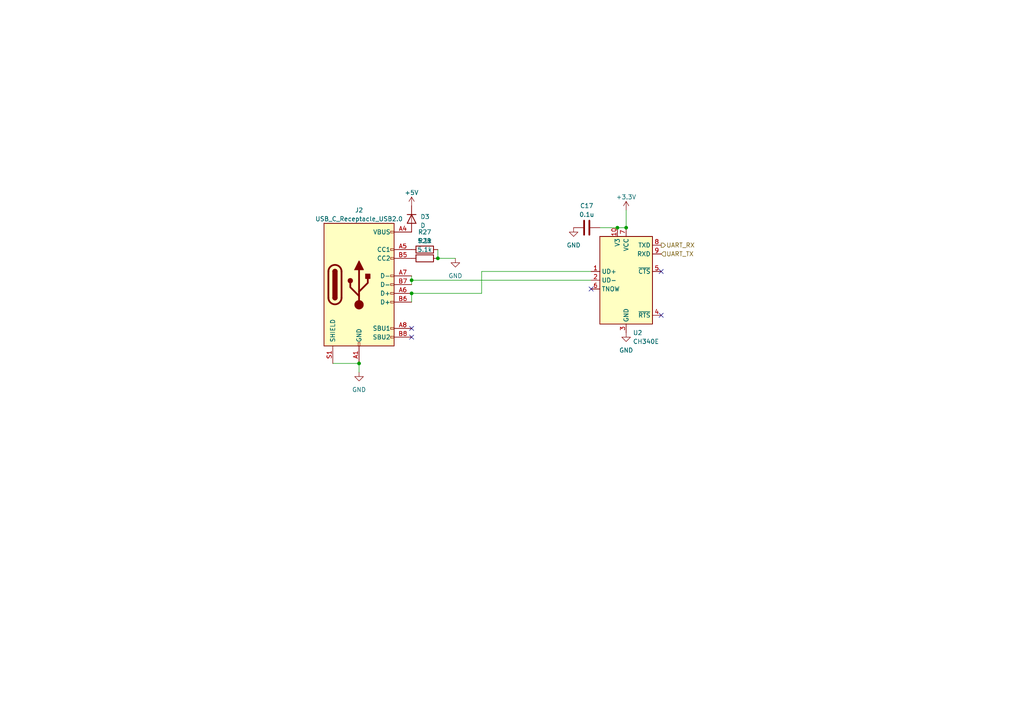
<source format=kicad_sch>
(kicad_sch (version 20230121) (generator eeschema)
  (paper "A4")
  (lib_symbols
    (symbol "Connector:USB_C_Receptacle_USB2.0" (pin_names (offset 1.016))
      (property "Reference" "J" (at -10.16 19.05 0))
      (property "Value" "USB_C_Receptacle_USB2.0" (at 19.05 19.05 0))
      (symbol "USB_C_Receptacle_USB2.0_0_0"
        (rectangle (start -0.254 -17.78) (end 0.254 -16.764))
        (rectangle (start 10.16 -14.986) (end 9.144 -15.494))
        (rectangle (start 10.16 -12.446) (end 9.144 -12.954))
        (rectangle (start 10.16 -4.826) (end 9.144 -5.334))
        (rectangle (start 10.16 -2.286) (end 9.144 -2.794))
        (rectangle (start 10.16 0.254) (end 9.144 -0.254))
        (rectangle (start 10.16 2.794) (end 9.144 2.286))
        (rectangle (start 10.16 7.874) (end 9.144 7.366))
        (rectangle (start 10.16 10.414) (end 9.144 9.906))
        (rectangle (start 10.16 15.494) (end 9.144 14.986))
      )
      (symbol "USB_C_Receptacle_USB2.0_0_1"
        (rectangle (start -10.16 17.78) (end 10.16 -17.78) (stroke (width 0.254)) (fill (type background)))
        (arc (start -8.89 -3.81) (mid -6.985 -5.7067) (end -5.08 -3.81) (stroke (width 0.508)))
        (arc (start -7.62 -3.81) (mid -6.985 -4.4423) (end -6.35 -3.81) (stroke (width 0.254)))
        (arc (start -7.62 -3.81) (mid -6.985 -4.4423) (end -6.35 -3.81) (stroke (width 0.254)) (fill (type outline)))
        (rectangle (start -7.62 -3.81) (end -6.35 3.81) (stroke (width 0.254)) (fill (type outline)))
        (arc (start -6.35 3.81) (mid -6.985 4.4423) (end -7.62 3.81) (stroke (width 0.254)))
        (arc (start -6.35 3.81) (mid -6.985 4.4423) (end -7.62 3.81) (stroke (width 0.254)) (fill (type outline)))
        (arc (start -5.08 3.81) (mid -6.985 5.7067) (end -8.89 3.81) (stroke (width 0.508)))
        (circle (center -2.54 1.143) (radius 0.635) (stroke (width 0.254)) (fill (type outline)))
        (circle (center 0 -5.842) (radius 1.27) (fill (type outline)))
        (polyline (pts (xy -8.89 -3.81) (xy -8.89 3.81)) (stroke (width 0.508)))
        (polyline (pts (xy -5.08 3.81) (xy -5.08 -3.81)) (stroke (width 0.508)))
        (polyline (pts (xy 0 -5.842) (xy 0 4.318)) (stroke (width 0.508)))
        (polyline (pts (xy 0 -3.302) (xy -2.54 -0.762) (xy -2.54 0.508)) (stroke (width 0.508)))
        (polyline (pts (xy 0 -2.032) (xy 2.54 0.508) (xy 2.54 1.778)) (stroke (width 0.508)))
        (polyline (pts (xy -1.27 4.318) (xy 0 6.858) (xy 1.27 4.318) (xy -1.27 4.318)) (stroke (width 0.254)) (fill (type outline)))
        (rectangle (start 1.905 1.778) (end 3.175 3.048) (stroke (width 0.254)) (fill (type outline)))
      )
      (symbol "USB_C_Receptacle_USB2.0_1_1"
        (pin passive line (at 0 -22.86 90) (length 5.08) (name "GND") (number "A1"))
        (pin passive line (at 0 -22.86 90) (length 5.08) hide (name "GND") (number "A12"))
        (pin passive line (at 15.24 15.24 180) (length 5.08) (name "VBUS") (number "A4"))
        (pin bidirectional line (at 15.24 10.16 180) (length 5.08) (name "CC1") (number "A5"))
        (pin bidirectional line (at 15.24 -2.54 180) (length 5.08) (name "D+") (number "A6"))
        (pin bidirectional line (at 15.24 2.54 180) (length 5.08) (name "D-") (number "A7"))
        (pin bidirectional line (at 15.24 -12.7 180) (length 5.08) (name "SBU1") (number "A8"))
        (pin passive line (at 15.24 15.24 180) (length 5.08) hide (name "VBUS") (number "A9"))
        (pin passive line (at 0 -22.86 90) (length 5.08) hide (name "GND") (number "B1"))
        (pin passive line (at 0 -22.86 90) (length 5.08) hide (name "GND") (number "B12"))
        (pin passive line (at 15.24 15.24 180) (length 5.08) hide (name "VBUS") (number "B4"))
        (pin bidirectional line (at 15.24 7.62 180) (length 5.08) (name "CC2") (number "B5"))
        (pin bidirectional line (at 15.24 -5.08 180) (length 5.08) (name "D+") (number "B6"))
        (pin bidirectional line (at 15.24 0 180) (length 5.08) (name "D-") (number "B7"))
        (pin bidirectional line (at 15.24 -15.24 180) (length 5.08) (name "SBU2") (number "B8"))
        (pin passive line (at 15.24 15.24 180) (length 5.08) hide (name "VBUS") (number "B9"))
        (pin passive line (at -7.62 -22.86 90) (length 5.08) (name "SHIELD") (number "S1"))
      )
    )
    (symbol "Device:C" (pin_numbers hide) (pin_names (offset 0.254))
      (property "Reference" "C" (at 0.635 2.54 0))
      (property "Value" "C" (at 0.635 -2.54 0))
      (symbol "C_0_1"
        (polyline (pts (xy -2.032 -0.762) (xy 2.032 -0.762)) (stroke (width 0.508)))
        (polyline (pts (xy -2.032 0.762) (xy 2.032 0.762)) (stroke (width 0.508)))
      )
      (symbol "C_1_1"
        (pin passive line (at 0 3.81 270) (length 2.794) (name "~") (number "1"))
        (pin passive line (at 0 -3.81 90) (length 2.794) (name "~") (number "2"))
      )
    )
    (symbol "Device:D" (pin_numbers hide) (pin_names (offset 1.016) hide)
      (property "Reference" "D" (at 0 2.54 0))
      (property "Value" "D" (at 0 -2.54 0))
      (symbol "D_0_1"
        (polyline (pts (xy -1.27 1.27) (xy -1.27 -1.27)) (stroke (width 0.254)))
        (polyline (pts (xy 1.27 0) (xy -1.27 0)))
        (polyline (pts (xy 1.27 1.27) (xy 1.27 -1.27) (xy -1.27 0) (xy 1.27 1.27)) (stroke (width 0.254)))
      )
      (symbol "D_1_1"
        (pin passive line (at -3.81 0 0) (length 2.54) (name "K") (number "1"))
        (pin passive line (at 3.81 0 180) (length 2.54) (name "A") (number "2"))
      )
    )
    (symbol "Device:R" (pin_numbers hide) (pin_names (offset 0))
      (property "Reference" "R" (at 2.032 0 90))
      (property "Value" "R" (at 0 0 90))
      (symbol "R_0_1"
        (rectangle (start -1.016 -2.54) (end 1.016 2.54) (stroke (width 0.254)))
      )
      (symbol "R_1_1"
        (pin passive line (at 0 3.81 270) (length 1.27) (name "~") (number "1"))
        (pin passive line (at 0 -3.81 90) (length 1.27) (name "~") (number "2"))
      )
    )
    (symbol "Interface_USB:CH340E"
      (property "Reference" "U" (at -5.08 13.97 0))
      (property "Value" "CH340E" (at 1.27 13.97 0))
      (symbol "CH340E_0_1"
        (rectangle (start -7.62 12.7) (end 7.62 -12.7) (stroke (width 0.254)) (fill (type background)))
      )
      (symbol "CH340E_1_1"
        (pin bidirectional line (at -10.16 2.54 0) (length 2.54) (name "UD+") (number "1"))
        (pin passive line (at -2.54 15.24 270) (length 2.54) (name "V3") (number "10"))
        (pin bidirectional line (at -10.16 0 0) (length 2.54) (name "UD-") (number "2"))
        (pin power_in line (at 0 -15.24 90) (length 2.54) (name "GND") (number "3"))
        (pin output line (at 10.16 -10.16 180) (length 2.54) (name "~{RTS}") (number "4"))
        (pin input line (at 10.16 2.54 180) (length 2.54) (name "~{CTS}") (number "5"))
        (pin output line (at -10.16 -2.54 0) (length 2.54) (name "TNOW") (number "6"))
        (pin power_in line (at 0 15.24 270) (length 2.54) (name "VCC") (number "7"))
        (pin output line (at 10.16 10.16 180) (length 2.54) (name "TXD") (number "8"))
        (pin input line (at 10.16 7.62 180) (length 2.54) (name "RXD") (number "9"))
      )
    )
    (symbol "power:+3.3V" (power) (pin_names (offset 0))
      (property "Value" "+3.3V" (at 0 3.556 0))
      (symbol "+3.3V_0_1"
        (polyline (pts (xy -0.762 1.27) (xy 0 2.54)))
        (polyline (pts (xy 0 0) (xy 0 2.54)))
        (polyline (pts (xy 0 2.54) (xy 0.762 1.27)))
      )
      (symbol "+3.3V_1_1"
        (pin power_in line (at 0 0 90) (length 0) hide (name "+3.3V") (number "1"))
      )
    )
    (symbol "power:+5V" (power) (pin_names (offset 0))
      (property "Value" "+5V" (at 0 3.556 0))
      (symbol "+5V_0_1"
        (polyline (pts (xy -0.762 1.27) (xy 0 2.54)))
        (polyline (pts (xy 0 0) (xy 0 2.54)))
        (polyline (pts (xy 0 2.54) (xy 0.762 1.27)))
      )
      (symbol "+5V_1_1"
        (pin power_in line (at 0 0 90) (length 0) hide (name "+5V") (number "1"))
      )
    )
    (symbol "power:GND" (power) (pin_names (offset 0))
      (property "Value" "GND" (at 0 -3.81 0))
      (symbol "GND_0_1"
        (polyline (pts (xy 0 0) (xy 0 -1.27) (xy 1.27 -1.27) (xy 0 -2.54) (xy -1.27 -1.27) (xy 0 -1.27)))
      )
      (symbol "GND_1_1"
        (pin power_in line (at 0 0 270) (length 0) hide (name "GND") (number "1"))
      )
    )
  )
  (junction (at 179.07 66.04))
  (junction (at 119.38 81.28))
  (junction (at 181.61 66.04))
  (junction (at 127 74.93))
  (junction (at 119.38 85.09))
  (junction (at 104.14 105.41))
  (no_connect (at 119.38 95.25))
  (no_connect (at 119.38 97.79))
  (no_connect (at 171.45 83.82))
  (no_connect (at 191.77 78.74))
  (no_connect (at 191.77 91.44))
  (wire (pts (xy 119.38 81.28) (xy 119.38 82.55)))
  (wire (pts (xy 173.99 66.04) (xy 179.07 66.04)))
  (wire (pts (xy 127 74.93) (xy 132.08 74.93)))
  (wire (pts (xy 181.61 60.96) (xy 181.61 66.04)))
  (wire (pts (xy 127 72.39) (xy 127 74.93)))
  (wire (pts (xy 104.14 105.41) (xy 104.14 107.95)))
  (wire (pts (xy 119.38 81.28) (xy 171.45 81.28)))
  (wire (pts (xy 139.7 85.09) (xy 139.7 78.74)))
  (wire (pts (xy 179.07 66.04) (xy 181.61 66.04)))
  (wire (pts (xy 139.7 78.74) (xy 171.45 78.74)))
  (wire (pts (xy 119.38 85.09) (xy 119.38 87.63)))
  (wire (pts (xy 119.38 80.01) (xy 119.38 81.28)))
  (wire (pts (xy 96.52 105.41) (xy 104.14 105.41)))
  (wire (pts (xy 119.38 85.09) (xy 139.7 85.09)))
  (hierarchical_label "UART_TX" (shape input) (at 191.77 73.66 0))
  (hierarchical_label "UART_RX" (shape output) (at 191.77 71.12 0))
  (symbol (lib_id "power:+3.3V") (at 181.61 60.96 0) (unit 1)
    (property "Reference" "#PWR032" (effects hide))
    (property "Value" "+3.3V" (at 181.61 57.15 0))
    (instances (project "sMDU" (path "" (reference "#PWR032") (unit 1)) (path "" (reference "#PWR079") (unit 1))))
  )
  (symbol (lib_id "power:+5V") (at 119.38 59.69 0) (unit 1)
    (property "Reference" "#PWR076" (effects hide))
    (property "Value" "+5V" (at 119.38 55.88 0))
  )
  (symbol (lib_id "Device:D") (at 119.38 63.5 270) (unit 1)
    (property "Reference" "D3" (at 121.92 62.865 90) (effects (justify left)))
    (property "Value" "D" (at 121.92 65.405 90) (effects (justify left)))
    (property "Footprint" "Diode_SMD:D_SOD-323" (effects hide))
    (property "Sim.Device" "D" (effects hide))
    (property "Sim.Pins" "1=K 2=A" (effects hide))
    (property "LCSC" "C191023" (effects hide))
  )
  (symbol (lib_id "Connector:USB_C_Receptacle_USB2.0") (at 104.14 82.55 0) (unit 1)
    (property "Reference" "J2" (at 104.14 60.96 0))
    (property "Value" "USB_C_Receptacle_USB2.0" (at 104.14 63.5 0))
    (property "Footprint" "Connector_USB:USB_C_Receptacle_XKB_U262-16XN-4BVC11" (effects hide))
    (property "Datasheet" "https://www.usb.org/sites/default/files/documents/usb_type-c.zip" (effects hide))
  )
  (symbol (lib_id "Device:R") (at 123.19 72.39 90) (unit 1)
    (property "Reference" "R27" (at 123.19 67.31 90))
    (property "Value" "5.1k" (at 123.19 69.85 90))
    (property "Footprint" "Resistor_SMD:R_0603_1608Metric_Pad0.98x0.95mm_HandSolder" (effects hide))
    (property "LCSC" "C23186" (effects hide))
  )
  (symbol (lib_id "Device:R") (at 123.19 74.93 90) (unit 1)
    (property "Reference" "R28" (at 123.19 69.85 90))
    (property "Value" "5.1k" (at 123.19 72.39 90))
    (property "Footprint" "Resistor_SMD:R_0603_1608Metric_Pad0.98x0.95mm_HandSolder" (effects hide))
    (property "LCSC" "C23186" (effects hide))
  )
  (symbol (lib_id "power:GND") (at 166.37 66.04 0) (unit 1)
    (property "Reference" "#PWR033" (effects hide))
    (property "Value" "GND" (at 166.37 71.12 0))
    (instances (project "sMDU" (path "" (reference "#PWR033") (unit 1)) (path "" (reference "#PWR078") (unit 1))))
  )
  (symbol (lib_id "power:GND") (at 132.08 74.93 0) (unit 1)
    (property "Reference" "#PWR077" (effects hide))
    (property "Value" "GND" (at 132.08 80.01 0))
  )
  (symbol (lib_id "power:GND") (at 181.61 96.52 0) (unit 1)
    (property "Reference" "#PWR031" (effects hide))
    (property "Value" "GND" (at 181.61 101.6 0))
    (instances (project "sMDU" (path "" (reference "#PWR031") (unit 1)) (path "" (reference "#PWR080") (unit 1))))
  )
  (symbol (lib_id "Device:C") (at 170.18 66.04 90) (unit 1)
    (property "Reference" "C17" (at 170.18 59.69 90))
    (property "Value" "0.1u" (at 170.18 62.23 90))
    (property "Footprint" "Capacitor_SMD:C_0603_1608Metric_Pad1.08x0.95mm_HandSolder" (effects hide))
    (property "LCSC" "C14663" (effects hide))
    (instances (project "sMDU" (path "" (reference "C17") (unit 1)) (path "" (reference "C29") (unit 1))))
  )
  (symbol (lib_id "Interface_USB:CH340E") (at 181.61 81.28 0) (unit 1)
    (property "Reference" "U2" (at 183.5659 96.52 0) (effects (justify left)))
    (property "Value" "CH340E" (at 183.5659 99.06 0) (effects (justify left)))
    (property "Footprint" "Package_SO:MSOP-10_3x3mm_P0.5mm" (effects hide))
    (property "Datasheet" "https://www.mpja.com/download/35227cpdata.pdf" (effects hide))
    (property "LCSC" "C99652" (effects hide))
    (instances (project "sMDU" (path "" (reference "U2") (unit 1)) (path "" (reference "U12") (unit 1))))
  )
  (symbol (lib_id "power:GND") (at 104.14 107.95 0) (unit 1)
    (property "Reference" "#PWR075" (effects hide))
    (property "Value" "GND" (at 104.14 113.03 0))
  )
)
</source>
